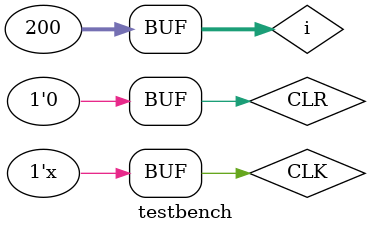
<source format=sv>
module testbench();
  logic CLK, CLR, MemWriteM, RegWriteW, WriteDataM;
  logic [7:0] PCF, PCPlus4F;
  logic [31:0] ALUOutM, ResultW, InstrOut;
  integer i;
  
  mips uut(.CLK(CLK),
           .CLR(CLR),
           .MemWriteM(MemWriteM),
           .RegWriteW(RegWriteW),
           .WriteDataM(WriteDataM),
           .PCF(PCF),
           .ALUOutM(ALUOutM),
           .ResultW(ResultW),
           .InstrOut(InstrOut),
           .PCPlus4F(PCPlus4F),
           .FlushF(FlushF));
  
  initial begin
    CLK <= 0;
    #1 CLR <= 1;
    $monitor("CLK = 0x%0h\t CLR = 0x%0h\t MemWriteM = 0x%0h\t RegWriteW = 0x%0h\t WriteDataM = 0x%0h\t PCF = 0x%0h\t InstrOut = 0x%0h\t ResultW = 0x%0h\t ALUOutM = 0x%0h\t PCPlus4F = 0x%0h\t FlushF = 0x%0h\t", CLK, CLR, MemWriteM, RegWriteW, WriteDataM, PCF, InstrOut, ResultW, ALUOutM, PCPlus4F, FlushF);
    for(i = 0; i < 2; i = i + 1) begin // Wait for IF to read the first instruction
    	CLR = 1;
    	#1 CLK = ~CLK;
    end
    for(i = 0; i < 200; i = i + 1) begin
    	CLR = 0;
    	#1 CLK = ~CLK;
    end
  end
endmodule
</source>
